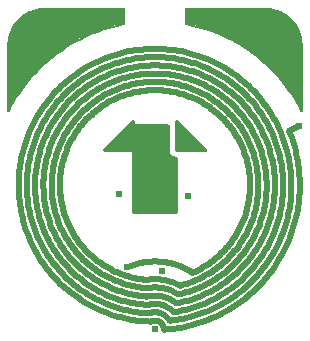
<source format=gbr>
G04 EAGLE Gerber RS-274X export*
G75*
%MOMM*%
%FSLAX34Y34*%
%LPD*%
%INBottom Copper*%
%IPPOS*%
%AMOC8*
5,1,8,0,0,1.08239X$1,22.5*%
G01*
%ADD10C,0.604800*%
%ADD11C,0.500000*%
%ADD12C,2.000000*%
%ADD13C,0.200000*%
%ADD14C,1.275000*%

G36*
X144250Y103495D02*
X144250Y103495D01*
X144251Y103495D01*
X144974Y103577D01*
X144975Y103577D01*
X145662Y103817D01*
X145662Y103818D01*
X145663Y103818D01*
X146279Y104205D01*
X146279Y104206D01*
X146280Y104206D01*
X146794Y104720D01*
X146795Y104721D01*
X147182Y105337D01*
X147182Y105338D01*
X147183Y105338D01*
X147423Y106025D01*
X147423Y106026D01*
X147424Y106028D01*
X147424Y106033D01*
X147427Y106053D01*
X147427Y106058D01*
X147428Y106063D01*
X147428Y106068D01*
X147429Y106073D01*
X147429Y106078D01*
X147430Y106083D01*
X147430Y106088D01*
X147433Y106108D01*
X147433Y106113D01*
X147434Y106118D01*
X147434Y106123D01*
X147435Y106128D01*
X147435Y106133D01*
X147436Y106133D01*
X147435Y106133D01*
X147436Y106138D01*
X147437Y106143D01*
X147439Y106168D01*
X147440Y106173D01*
X147441Y106177D01*
X147441Y106178D01*
X147441Y106182D01*
X147441Y106183D01*
X147442Y106187D01*
X147442Y106192D01*
X147443Y106197D01*
X147443Y106202D01*
X147446Y106222D01*
X147446Y106227D01*
X147447Y106232D01*
X147447Y106237D01*
X147448Y106242D01*
X147448Y106247D01*
X147449Y106252D01*
X147449Y106257D01*
X147450Y106257D01*
X147449Y106257D01*
X147452Y106277D01*
X147452Y106282D01*
X147453Y106287D01*
X147453Y106292D01*
X147454Y106297D01*
X147455Y106302D01*
X147455Y106307D01*
X147456Y106312D01*
X147458Y106336D01*
X147458Y106337D01*
X147459Y106341D01*
X147459Y106342D01*
X147460Y106346D01*
X147460Y106351D01*
X147461Y106356D01*
X147461Y106361D01*
X147462Y106366D01*
X147462Y106371D01*
X147465Y106391D01*
X147465Y106396D01*
X147466Y106401D01*
X147466Y106406D01*
X147467Y106411D01*
X147467Y106416D01*
X147468Y106421D01*
X147469Y106426D01*
X147471Y106446D01*
X147471Y106451D01*
X147472Y106456D01*
X147472Y106461D01*
X147473Y106466D01*
X147474Y106471D01*
X147474Y106476D01*
X147475Y106481D01*
X147477Y106500D01*
X147477Y106501D01*
X147477Y106505D01*
X147478Y106510D01*
X147479Y106515D01*
X147479Y106520D01*
X147480Y106525D01*
X147480Y106530D01*
X147481Y106535D01*
X147481Y106540D01*
X147484Y106560D01*
X147484Y106565D01*
X147485Y106570D01*
X147485Y106575D01*
X147486Y106580D01*
X147486Y106585D01*
X147487Y106590D01*
X147488Y106595D01*
X147490Y106615D01*
X147490Y106620D01*
X147491Y106625D01*
X147491Y106630D01*
X147492Y106635D01*
X147493Y106640D01*
X147493Y106645D01*
X147494Y106650D01*
X147496Y106669D01*
X147496Y106674D01*
X147497Y106674D01*
X147496Y106674D01*
X147497Y106679D01*
X147498Y106684D01*
X147498Y106689D01*
X147499Y106694D01*
X147499Y106699D01*
X147500Y106704D01*
X147500Y106709D01*
X147503Y106729D01*
X147503Y106734D01*
X147504Y106739D01*
X147504Y106744D01*
X147505Y106749D01*
X147505Y106750D01*
X147505Y149250D01*
X147505Y149251D01*
X147423Y149974D01*
X147423Y149975D01*
X147183Y150662D01*
X147182Y150662D01*
X147182Y150663D01*
X146795Y151279D01*
X146794Y151279D01*
X146794Y151280D01*
X146280Y151794D01*
X146279Y151795D01*
X145663Y152182D01*
X145662Y152182D01*
X145662Y152183D01*
X144975Y152423D01*
X144974Y152423D01*
X143528Y152586D01*
X142842Y152826D01*
X142227Y153213D01*
X141713Y153727D01*
X141326Y154342D01*
X141086Y155028D01*
X141005Y155750D01*
X141005Y176750D01*
X141005Y176751D01*
X140923Y177474D01*
X140923Y177475D01*
X140683Y178162D01*
X140682Y178162D01*
X140682Y178163D01*
X140295Y178779D01*
X140294Y178779D01*
X140294Y178780D01*
X139780Y179294D01*
X139779Y179295D01*
X139163Y179682D01*
X139162Y179682D01*
X139162Y179683D01*
X138475Y179923D01*
X138474Y179923D01*
X137751Y180005D01*
X137750Y180005D01*
X111105Y180005D01*
X111105Y181297D01*
X111019Y181878D01*
X111018Y181879D01*
X110767Y182410D01*
X110767Y182411D01*
X110372Y182846D01*
X110371Y182847D01*
X109868Y183149D01*
X109867Y183148D01*
X109867Y183149D01*
X109297Y183292D01*
X109296Y183291D01*
X109296Y183292D01*
X109240Y183289D01*
X109239Y183289D01*
X109139Y183284D01*
X109138Y183284D01*
X109038Y183279D01*
X109037Y183279D01*
X108937Y183274D01*
X108936Y183274D01*
X108835Y183269D01*
X108734Y183264D01*
X108710Y183263D01*
X108709Y183262D01*
X108708Y183263D01*
X108156Y183065D01*
X108155Y183064D01*
X108154Y183064D01*
X107683Y182715D01*
X107683Y182714D01*
X107682Y182714D01*
X84511Y159543D01*
X84511Y159542D01*
X84510Y159542D01*
X84161Y159071D01*
X84161Y159070D01*
X84160Y159070D01*
X83962Y158517D01*
X83963Y158516D01*
X83962Y158516D01*
X83962Y158515D01*
X83961Y158506D01*
X83958Y158426D01*
X83955Y158372D01*
X83955Y158371D01*
X83951Y158292D01*
X83948Y158237D01*
X83944Y158158D01*
X83942Y158103D01*
X83938Y158024D01*
X83935Y157969D01*
X83933Y157929D01*
X83934Y157928D01*
X83933Y157928D01*
X84076Y157358D01*
X84077Y157358D01*
X84076Y157357D01*
X84378Y156854D01*
X84379Y156853D01*
X84814Y156458D01*
X84815Y156458D01*
X85346Y156207D01*
X85347Y156207D01*
X85347Y156206D01*
X85928Y156120D01*
X108495Y156120D01*
X108495Y106750D01*
X108495Y106749D01*
X108577Y106026D01*
X108577Y106025D01*
X108817Y105338D01*
X108818Y105338D01*
X108818Y105337D01*
X109205Y104721D01*
X109206Y104721D01*
X109206Y104720D01*
X109720Y104206D01*
X109721Y104205D01*
X110337Y103818D01*
X110338Y103818D01*
X110338Y103817D01*
X111025Y103577D01*
X111026Y103577D01*
X111749Y103495D01*
X111750Y103495D01*
X144250Y103495D01*
X144250Y103495D01*
G37*
G36*
X252015Y189810D02*
X252015Y189810D01*
X252128Y189809D01*
X252155Y189816D01*
X252183Y189818D01*
X252290Y189854D01*
X252400Y189884D01*
X252424Y189899D01*
X252450Y189908D01*
X252543Y189973D01*
X252640Y190032D01*
X252659Y190053D01*
X252682Y190069D01*
X252753Y190157D01*
X252829Y190242D01*
X252841Y190267D01*
X252859Y190289D01*
X252902Y190394D01*
X252952Y190495D01*
X252956Y190522D01*
X252967Y190549D01*
X252980Y190675D01*
X252999Y190800D01*
X252999Y247000D01*
X252994Y247038D01*
X252997Y247071D01*
X252691Y251341D01*
X252675Y251417D01*
X252671Y251482D01*
X251761Y255664D01*
X251734Y255737D01*
X251721Y255801D01*
X250225Y259812D01*
X250188Y259880D01*
X250166Y259941D01*
X248115Y263698D01*
X248068Y263760D01*
X248038Y263818D01*
X245472Y267245D01*
X245418Y267300D01*
X245379Y267352D01*
X242352Y270379D01*
X242290Y270426D01*
X242245Y270472D01*
X238818Y273038D01*
X238750Y273075D01*
X238698Y273115D01*
X234941Y275166D01*
X234869Y275193D01*
X234812Y275225D01*
X230801Y276721D01*
X230725Y276738D01*
X230664Y276761D01*
X226482Y277671D01*
X226404Y277677D01*
X226341Y277691D01*
X222071Y277997D01*
X222033Y277994D01*
X222000Y277999D01*
X154000Y277999D01*
X153936Y277990D01*
X153872Y277991D01*
X153797Y277970D01*
X153721Y277959D01*
X153662Y277933D01*
X153600Y277916D01*
X153534Y277875D01*
X153464Y277843D01*
X153415Y277801D01*
X153360Y277768D01*
X153308Y277710D01*
X153250Y277660D01*
X153214Y277606D01*
X153171Y277558D01*
X153138Y277489D01*
X153095Y277424D01*
X153076Y277362D01*
X153048Y277305D01*
X153037Y277235D01*
X153013Y277154D01*
X153012Y277069D01*
X153001Y277000D01*
X153001Y264500D01*
X153010Y264436D01*
X153009Y264372D01*
X153030Y264297D01*
X153041Y264221D01*
X153067Y264162D01*
X153084Y264100D01*
X153125Y264034D01*
X153157Y263964D01*
X153199Y263915D01*
X153232Y263860D01*
X153290Y263808D01*
X153340Y263750D01*
X153394Y263714D01*
X153442Y263671D01*
X153511Y263638D01*
X153576Y263595D01*
X153638Y263576D01*
X153695Y263548D01*
X153765Y263537D01*
X153846Y263513D01*
X153931Y263512D01*
X154000Y263501D01*
X178272Y263501D01*
X186440Y263042D01*
X194477Y261676D01*
X202311Y259420D01*
X209843Y256300D01*
X216978Y252356D01*
X223627Y247639D01*
X229706Y242206D01*
X235139Y236127D01*
X239856Y229478D01*
X243800Y222343D01*
X246920Y214811D01*
X249176Y206977D01*
X250542Y198940D01*
X251002Y190744D01*
X251025Y190633D01*
X251041Y190521D01*
X251052Y190495D01*
X251058Y190467D01*
X251110Y190367D01*
X251157Y190264D01*
X251175Y190242D01*
X251188Y190217D01*
X251267Y190136D01*
X251340Y190050D01*
X251364Y190034D01*
X251383Y190014D01*
X251481Y189957D01*
X251576Y189895D01*
X251603Y189887D01*
X251628Y189873D01*
X251738Y189846D01*
X251846Y189813D01*
X251874Y189812D01*
X251901Y189806D01*
X252015Y189810D01*
G37*
G36*
X4100Y189809D02*
X4100Y189809D01*
X4128Y189809D01*
X4237Y189839D01*
X4348Y189863D01*
X4373Y189877D01*
X4400Y189884D01*
X4496Y189944D01*
X4596Y189998D01*
X4616Y190018D01*
X4640Y190032D01*
X4716Y190116D01*
X4796Y190196D01*
X4810Y190221D01*
X4829Y190242D01*
X4878Y190344D01*
X4933Y190443D01*
X4939Y190469D01*
X4952Y190495D01*
X4971Y190620D01*
X4998Y190744D01*
X5458Y198940D01*
X6824Y206977D01*
X9080Y214811D01*
X12200Y222343D01*
X16144Y229478D01*
X20861Y236127D01*
X26294Y242206D01*
X32373Y247639D01*
X39022Y252356D01*
X46157Y256300D01*
X53689Y259420D01*
X54968Y259788D01*
X61523Y261676D01*
X69560Y263042D01*
X77728Y263501D01*
X102000Y263501D01*
X102064Y263510D01*
X102128Y263509D01*
X102203Y263530D01*
X102279Y263541D01*
X102338Y263567D01*
X102400Y263584D01*
X102466Y263625D01*
X102536Y263657D01*
X102585Y263699D01*
X102640Y263732D01*
X102692Y263790D01*
X102750Y263840D01*
X102786Y263894D01*
X102829Y263942D01*
X102862Y264011D01*
X102905Y264076D01*
X102924Y264138D01*
X102952Y264195D01*
X102963Y264265D01*
X102987Y264346D01*
X102988Y264431D01*
X102999Y264500D01*
X102999Y277000D01*
X102990Y277064D01*
X102991Y277128D01*
X102970Y277203D01*
X102959Y277279D01*
X102933Y277338D01*
X102916Y277400D01*
X102875Y277466D01*
X102843Y277536D01*
X102801Y277585D01*
X102768Y277640D01*
X102710Y277692D01*
X102660Y277750D01*
X102606Y277786D01*
X102558Y277829D01*
X102489Y277862D01*
X102424Y277905D01*
X102362Y277924D01*
X102305Y277952D01*
X102235Y277963D01*
X102154Y277987D01*
X102069Y277988D01*
X102000Y277999D01*
X34000Y277999D01*
X33962Y277994D01*
X33929Y277997D01*
X29659Y277691D01*
X29583Y277675D01*
X29518Y277671D01*
X25336Y276761D01*
X25263Y276734D01*
X25199Y276721D01*
X21188Y275225D01*
X21120Y275188D01*
X21059Y275166D01*
X17302Y273115D01*
X17240Y273068D01*
X17182Y273038D01*
X13755Y270472D01*
X13700Y270418D01*
X13648Y270379D01*
X10621Y267352D01*
X10574Y267290D01*
X10528Y267245D01*
X7962Y263818D01*
X7925Y263750D01*
X7885Y263698D01*
X5834Y259941D01*
X5807Y259869D01*
X5775Y259812D01*
X4279Y255801D01*
X4262Y255725D01*
X4239Y255664D01*
X3329Y251482D01*
X3323Y251404D01*
X3309Y251341D01*
X3003Y247071D01*
X3006Y247033D01*
X3001Y247000D01*
X3001Y190800D01*
X3017Y190688D01*
X3026Y190575D01*
X3037Y190549D01*
X3041Y190521D01*
X3087Y190418D01*
X3128Y190312D01*
X3145Y190289D01*
X3157Y190264D01*
X3230Y190178D01*
X3299Y190088D01*
X3322Y190071D01*
X3340Y190050D01*
X3435Y189988D01*
X3526Y189920D01*
X3553Y189911D01*
X3576Y189895D01*
X3684Y189862D01*
X3791Y189823D01*
X3819Y189821D01*
X3846Y189813D01*
X3959Y189811D01*
X4072Y189803D01*
X4100Y189809D01*
G37*
G36*
X170072Y156120D02*
X170072Y156120D01*
X170653Y156206D01*
X170654Y156207D01*
X171185Y156458D01*
X171186Y156458D01*
X171621Y156853D01*
X171621Y156854D01*
X171622Y156854D01*
X171924Y157357D01*
X171923Y157358D01*
X171924Y157358D01*
X172067Y157928D01*
X172066Y157928D01*
X172066Y157929D01*
X172067Y157929D01*
X172038Y158515D01*
X172037Y158516D01*
X172038Y158517D01*
X171840Y159070D01*
X171839Y159070D01*
X171839Y159071D01*
X171490Y159542D01*
X171489Y159542D01*
X171489Y159543D01*
X148318Y182714D01*
X148317Y182714D01*
X148317Y182715D01*
X147846Y183064D01*
X147845Y183064D01*
X147845Y183065D01*
X147292Y183263D01*
X147291Y183262D01*
X147290Y183263D01*
X147266Y183264D01*
X147165Y183269D01*
X147064Y183274D01*
X147063Y183274D01*
X146963Y183279D01*
X146962Y183279D01*
X146862Y183284D01*
X146861Y183284D01*
X146761Y183289D01*
X146760Y183289D01*
X146704Y183292D01*
X146703Y183291D01*
X146703Y183292D01*
X146133Y183149D01*
X146133Y183148D01*
X146132Y183149D01*
X145629Y182847D01*
X145628Y182846D01*
X145233Y182411D01*
X145233Y182410D01*
X144982Y181879D01*
X144982Y181878D01*
X144981Y181878D01*
X144980Y181869D01*
X144967Y181784D01*
X144958Y181725D01*
X144946Y181640D01*
X144933Y181556D01*
X144921Y181471D01*
X144912Y181412D01*
X144900Y181327D01*
X144899Y181327D01*
X144895Y181297D01*
X144895Y158125D01*
X144895Y158124D01*
X144963Y157607D01*
X144964Y157606D01*
X144964Y157605D01*
X145163Y157123D01*
X145164Y157123D01*
X145164Y157122D01*
X145482Y156708D01*
X145483Y156708D01*
X145483Y156707D01*
X145897Y156389D01*
X145898Y156389D01*
X145898Y156388D01*
X146380Y156189D01*
X146381Y156189D01*
X146382Y156188D01*
X146899Y156120D01*
X146900Y156120D01*
X170072Y156120D01*
X170072Y156120D01*
G37*
D10*
X128000Y6050D03*
X133700Y55700D03*
X249500Y178000D03*
D11*
X128000Y13500D02*
X128181Y13498D01*
X128363Y13491D01*
X128544Y13480D01*
X128725Y13465D01*
X128905Y13445D01*
X129085Y13421D01*
X129265Y13393D01*
X129443Y13360D01*
X129621Y13323D01*
X129798Y13282D01*
X129973Y13236D01*
X130148Y13186D01*
X130321Y13132D01*
X130493Y13074D01*
X130664Y13012D01*
X130833Y12945D01*
X131000Y12874D01*
X131165Y12800D01*
X131329Y12721D01*
X131491Y12639D01*
X131650Y12552D01*
X131808Y12462D01*
X131963Y12368D01*
X132116Y12270D01*
X132267Y12169D01*
X132415Y12064D01*
X132560Y11955D01*
X132703Y11843D01*
X132843Y11728D01*
X132980Y11609D01*
X133115Y11487D01*
X133246Y11361D01*
X133374Y11233D01*
X133499Y11101D01*
X133621Y10967D01*
X133740Y10829D01*
X133855Y10689D01*
X133967Y10546D01*
X134075Y10400D01*
X134180Y10252D01*
X134281Y10101D01*
X134378Y9948D01*
X134472Y9792D01*
X134562Y9635D01*
X134648Y9475D01*
X134730Y9313D01*
X134809Y9149D01*
X134883Y8983D01*
X134953Y8816D01*
X135019Y8647D01*
X135081Y8476D01*
X135139Y8304D01*
X135193Y8131D01*
X135242Y7956D01*
X135287Y7780D01*
X135328Y7603D01*
X135365Y7426D01*
X135397Y7247D01*
X135426Y7068D01*
X135449Y6888D01*
X135469Y6707D01*
X135483Y6526D01*
X135494Y6345D01*
X135500Y6163D01*
X135502Y5982D01*
X135499Y5800D01*
X128000Y13501D02*
X127817Y13497D01*
X127635Y13489D01*
X127453Y13476D01*
X127271Y13459D01*
X127090Y13438D01*
X126909Y13412D01*
X126729Y13382D01*
X126550Y13347D01*
X126372Y13308D01*
X126195Y13265D01*
X126018Y13218D01*
X125844Y13166D01*
X125670Y13110D01*
X125498Y13049D01*
X125327Y12985D01*
X125158Y12916D01*
X124990Y12843D01*
X124825Y12766D01*
X124661Y12686D01*
X124500Y12601D01*
X128000Y20500D02*
X128355Y20495D01*
X128709Y20482D01*
X129063Y20460D01*
X129416Y20430D01*
X129768Y20391D01*
X130119Y20343D01*
X130469Y20287D01*
X130817Y20222D01*
X131164Y20149D01*
X131509Y20067D01*
X131852Y19977D01*
X132192Y19878D01*
X132530Y19772D01*
X132865Y19657D01*
X133198Y19533D01*
X133527Y19402D01*
X133853Y19263D01*
X134175Y19116D01*
X134494Y18961D01*
X134808Y18798D01*
X135119Y18627D01*
X135426Y18449D01*
X135728Y18264D01*
X136025Y18071D01*
X136318Y17871D01*
X136605Y17664D01*
X136888Y17450D01*
X137165Y17229D01*
X137437Y17002D01*
X137703Y16768D01*
X137963Y16527D01*
X138217Y16280D01*
X138465Y16027D01*
X138707Y15768D01*
X138943Y15503D01*
X139172Y15233D01*
X139394Y14957D01*
X139609Y14676D01*
X139818Y14389D01*
X140019Y14097D01*
X140214Y13801D01*
X140400Y13500D01*
X128000Y20500D02*
X127666Y20500D01*
X127333Y20492D01*
X126999Y20476D01*
X126666Y20452D01*
X126334Y20421D01*
X126003Y20382D01*
X125672Y20336D01*
X125343Y20282D01*
X125015Y20220D01*
X124688Y20151D01*
X124363Y20074D01*
X124040Y19990D01*
X123719Y19899D01*
X123400Y19800D01*
X128000Y27500D02*
X128524Y27494D01*
X129048Y27474D01*
X129572Y27442D01*
X130095Y27398D01*
X130616Y27340D01*
X131136Y27270D01*
X131654Y27187D01*
X132170Y27092D01*
X132683Y26984D01*
X133193Y26863D01*
X133701Y26730D01*
X134205Y26585D01*
X134705Y26428D01*
X135202Y26258D01*
X135694Y26076D01*
X136181Y25883D01*
X136664Y25677D01*
X137141Y25460D01*
X137613Y25231D01*
X138079Y24991D01*
X138540Y24739D01*
X138994Y24477D01*
X139441Y24203D01*
X139882Y23918D01*
X140316Y23623D01*
X140742Y23318D01*
X141160Y23002D01*
X141571Y22675D01*
X141974Y22339D01*
X142369Y21994D01*
X142754Y21638D01*
X143132Y21274D01*
X143500Y20900D01*
X128000Y27500D02*
X127485Y27495D01*
X126971Y27478D01*
X126457Y27448D01*
X125944Y27407D01*
X125432Y27353D01*
X124922Y27286D01*
X124413Y27208D01*
X123906Y27117D01*
X123402Y27015D01*
X122900Y26900D01*
X128000Y34501D02*
X128686Y34494D01*
X129372Y34470D01*
X130057Y34430D01*
X130740Y34374D01*
X131422Y34301D01*
X132103Y34211D01*
X132781Y34105D01*
X133456Y33983D01*
X134128Y33845D01*
X134796Y33691D01*
X135461Y33520D01*
X136121Y33334D01*
X136777Y33132D01*
X137427Y32914D01*
X138072Y32681D01*
X138712Y32432D01*
X139345Y32168D01*
X139971Y31888D01*
X140591Y31594D01*
X141204Y31285D01*
X141808Y30961D01*
X142405Y30623D01*
X142994Y30270D01*
X143574Y29903D01*
X144145Y29523D01*
X144706Y29129D01*
X145258Y28721D01*
X145800Y28301D01*
X128000Y34500D02*
X127340Y34494D01*
X126680Y34473D01*
X126021Y34437D01*
X125363Y34385D01*
X124706Y34318D01*
X124051Y34236D01*
X123399Y34139D01*
X122748Y34027D01*
X122100Y33900D01*
X128000Y41500D02*
X128850Y41490D01*
X129700Y41460D01*
X130549Y41409D01*
X131396Y41338D01*
X132241Y41247D01*
X133084Y41135D01*
X133924Y41003D01*
X134760Y40852D01*
X135593Y40680D01*
X136421Y40489D01*
X137245Y40277D01*
X138063Y40046D01*
X138875Y39796D01*
X139681Y39526D01*
X140481Y39237D01*
X141273Y38928D01*
X142058Y38601D01*
X142834Y38255D01*
X143602Y37891D01*
X144362Y37509D01*
X145111Y37108D01*
X145851Y36689D01*
X146581Y36253D01*
X147300Y35800D01*
X128000Y41500D02*
X127234Y41495D01*
X126468Y41473D01*
X125703Y41436D01*
X124939Y41381D01*
X124176Y41310D01*
X123415Y41223D01*
X122656Y41120D01*
X121900Y41000D01*
X128000Y48500D02*
X129013Y48489D01*
X130026Y48453D01*
X131037Y48393D01*
X132046Y48310D01*
X133054Y48202D01*
X134058Y48070D01*
X135059Y47914D01*
X136056Y47735D01*
X137049Y47532D01*
X138036Y47305D01*
X139017Y47055D01*
X139993Y46781D01*
X140961Y46485D01*
X141923Y46165D01*
X142876Y45822D01*
X143821Y45457D01*
X144757Y45070D01*
X145683Y44660D01*
X146600Y44228D01*
X147506Y43775D01*
X148400Y43300D01*
X128000Y48500D02*
X127084Y48494D01*
X126167Y48468D01*
X125252Y48422D01*
X124337Y48357D01*
X123425Y48272D01*
X122514Y48168D01*
X121606Y48043D01*
X120700Y47900D01*
X124350Y12550D02*
X121524Y12674D01*
X118703Y12867D01*
X115886Y13129D01*
X113077Y13460D01*
X110277Y13860D01*
X107488Y14328D01*
X104711Y14864D01*
X101948Y15468D01*
X99200Y16140D01*
X96470Y16879D01*
X93759Y17684D01*
X91068Y18556D01*
X88399Y19493D01*
X85754Y20495D01*
X83135Y21562D01*
X80542Y22692D01*
X77978Y23886D01*
X75444Y25142D01*
X72941Y26459D01*
X70471Y27838D01*
X68036Y29277D01*
X65637Y30774D01*
X63275Y32331D01*
X60952Y33944D01*
X58669Y35614D01*
X56428Y37339D01*
X54230Y39119D01*
X52076Y40952D01*
X49967Y42837D01*
X47905Y44773D01*
X45892Y46759D01*
X43927Y48794D01*
X42013Y50877D01*
X40150Y53005D01*
X38341Y55179D01*
X36584Y57396D01*
X34883Y59655D01*
X33238Y61956D01*
X31649Y64296D01*
X30118Y66674D01*
X28646Y69090D01*
X27234Y71540D01*
X25881Y74024D01*
X24590Y76541D01*
X23362Y79088D01*
X22195Y81665D01*
X21093Y84270D01*
X20054Y86900D01*
X19080Y89556D01*
X18172Y92234D01*
X17329Y94934D01*
X16552Y97654D01*
X15843Y100392D01*
X15201Y103147D01*
X14626Y105916D01*
X14119Y108699D01*
X13681Y111493D01*
X13311Y114297D01*
X13010Y117109D01*
X12778Y119928D01*
X12615Y122752D01*
X12521Y125579D01*
X12497Y128407D01*
X12541Y131235D01*
X12655Y134061D01*
X12838Y136884D01*
X13091Y139701D01*
X13412Y142511D01*
X13801Y145312D01*
X14260Y148103D01*
X14786Y150882D01*
X15380Y153648D01*
X16042Y156398D01*
X16771Y159130D01*
X17567Y161845D01*
X18429Y164538D01*
X19357Y167210D01*
X20349Y169859D01*
X21407Y172482D01*
X22528Y175079D01*
X23712Y177647D01*
X24959Y180186D01*
X26268Y182693D01*
X27638Y185168D01*
X29068Y187608D01*
X30557Y190013D01*
X32105Y192380D01*
X33710Y194709D01*
X35372Y196998D01*
X37089Y199245D01*
X38861Y201450D01*
X40686Y203610D01*
X42564Y205725D01*
X44493Y207794D01*
X46472Y209815D01*
X48500Y211787D01*
X50575Y213708D01*
X52697Y215578D01*
X54864Y217396D01*
X57075Y219160D01*
X59329Y220869D01*
X61623Y222523D01*
X63958Y224120D01*
X66331Y225659D01*
X68740Y227140D01*
X71186Y228561D01*
X73665Y229922D01*
X76177Y231222D01*
X78720Y232460D01*
X81293Y233635D01*
X83894Y234747D01*
X86521Y235795D01*
X89173Y236778D01*
X91848Y237696D01*
X94545Y238549D01*
X97262Y239335D01*
X99997Y240054D01*
X102749Y240706D01*
X105517Y241291D01*
X108298Y241807D01*
X111090Y242255D01*
X113893Y242635D01*
X116704Y242946D01*
X119522Y243188D01*
X122345Y243362D01*
X125172Y243465D01*
X128000Y243500D01*
X130824Y243465D01*
X133646Y243362D01*
X136464Y243189D01*
X139278Y242948D01*
X142085Y242638D01*
X144883Y242259D01*
X147671Y241812D01*
X150448Y241298D01*
X153211Y240715D01*
X155959Y240065D01*
X158690Y239348D01*
X161403Y238564D01*
X164096Y237714D01*
X166768Y236799D01*
X169416Y235819D01*
X172040Y234774D01*
X174637Y233666D01*
X177206Y232494D01*
X179746Y231260D01*
X182255Y229964D01*
X184731Y228607D01*
X187174Y227190D01*
X189581Y225713D01*
X191952Y224179D01*
X194284Y222586D01*
X196576Y220938D01*
X198828Y219233D01*
X201037Y217474D01*
X203203Y215662D01*
X205323Y213797D01*
X207398Y211881D01*
X209425Y209915D01*
X211403Y207900D01*
X213331Y205837D01*
X215209Y203728D01*
X217034Y201573D01*
X218806Y199374D01*
X220524Y197133D01*
X222186Y194850D01*
X223792Y192528D01*
X225341Y190166D01*
X226832Y187768D01*
X228263Y185334D01*
X229635Y182866D01*
X230946Y180364D01*
X232195Y177832D01*
X233382Y175270D01*
X234506Y172679D01*
X235567Y170062D01*
X236563Y167420D01*
X237494Y164754D01*
X238360Y162066D01*
X239160Y159358D01*
X239893Y156631D01*
X240559Y153887D01*
X241158Y151127D01*
X241690Y148354D01*
X242154Y145568D01*
X242549Y142772D01*
X242876Y139967D01*
X243134Y137155D01*
X243323Y134338D01*
X243444Y131516D01*
X243495Y128693D01*
X243477Y125869D01*
X243391Y123046D01*
X243235Y120227D01*
X243010Y117412D01*
X242717Y114603D01*
X242355Y111803D01*
X241925Y109012D01*
X241427Y106232D01*
X240860Y103466D01*
X240227Y100714D01*
X239526Y97978D01*
X238759Y95261D01*
X237925Y92563D01*
X237026Y89886D01*
X236061Y87232D01*
X235032Y84602D01*
X233939Y81998D01*
X232783Y79422D01*
X231564Y76875D01*
X230283Y74358D01*
X228941Y71874D01*
X227538Y69423D01*
X226077Y67007D01*
X224556Y64627D01*
X222978Y62285D01*
X221343Y59983D01*
X219652Y57721D01*
X217906Y55502D01*
X216107Y53325D01*
X214255Y51194D01*
X212351Y49108D01*
X210397Y47069D01*
X208394Y45079D01*
X206342Y43138D01*
X204244Y41248D01*
X202101Y39410D01*
X199912Y37625D01*
X197681Y35894D01*
X195409Y34218D01*
X193096Y32598D01*
X190744Y31035D01*
X188354Y29530D01*
X185929Y28084D01*
X183469Y26698D01*
X180976Y25372D01*
X178451Y24107D01*
X175895Y22905D01*
X173312Y21766D01*
X170701Y20689D01*
X168065Y19678D01*
X165404Y18730D01*
X162722Y17849D01*
X160018Y17033D01*
X157296Y16283D01*
X154556Y15600D01*
X151800Y14985D01*
X149029Y14437D01*
X146247Y13956D01*
X143453Y13544D01*
X140650Y13201D01*
X122950Y19600D02*
X120310Y19755D01*
X117675Y19974D01*
X115046Y20258D01*
X112425Y20606D01*
X109813Y21017D01*
X107211Y21492D01*
X104622Y22030D01*
X102047Y22631D01*
X99487Y23295D01*
X96945Y24021D01*
X94420Y24809D01*
X91916Y25657D01*
X89433Y26567D01*
X86973Y27537D01*
X84537Y28567D01*
X82127Y29655D01*
X79745Y30802D01*
X77391Y32007D01*
X75067Y33269D01*
X72775Y34587D01*
X70515Y35960D01*
X68289Y37388D01*
X66099Y38870D01*
X63946Y40405D01*
X61831Y41992D01*
X59755Y43630D01*
X57719Y45318D01*
X55726Y47055D01*
X53775Y48840D01*
X51868Y50673D01*
X50007Y52551D01*
X48191Y54474D01*
X46424Y56440D01*
X44704Y58449D01*
X43034Y60500D01*
X41415Y62590D01*
X39847Y64720D01*
X38331Y66887D01*
X36869Y69090D01*
X35461Y71328D01*
X34108Y73600D01*
X32810Y75904D01*
X31569Y78239D01*
X30385Y80603D01*
X29260Y82996D01*
X28192Y85416D01*
X27185Y87860D01*
X26237Y90329D01*
X25349Y92820D01*
X24523Y95332D01*
X23757Y97863D01*
X23054Y100412D01*
X22413Y102978D01*
X21835Y105558D01*
X21320Y108152D01*
X20868Y110757D01*
X20480Y113373D01*
X20156Y115997D01*
X19896Y118629D01*
X19700Y121266D01*
X19568Y123907D01*
X19501Y126550D01*
X19498Y129195D01*
X19559Y131838D01*
X19685Y134480D01*
X19875Y137117D01*
X20130Y139749D01*
X20449Y142374D01*
X20831Y144991D01*
X21277Y147597D01*
X21786Y150192D01*
X22359Y152774D01*
X22994Y155341D01*
X23692Y157891D01*
X24451Y160424D01*
X25273Y162938D01*
X26155Y165431D01*
X27097Y167901D01*
X28100Y170348D01*
X29162Y172770D01*
X30282Y175165D01*
X31461Y177532D01*
X32697Y179870D01*
X33989Y182177D01*
X35337Y184452D01*
X36741Y186693D01*
X38198Y188900D01*
X39709Y191070D01*
X41272Y193202D01*
X42887Y195296D01*
X44553Y197351D01*
X46268Y199363D01*
X48031Y201334D01*
X49842Y203261D01*
X51699Y205143D01*
X53602Y206979D01*
X55549Y208769D01*
X57539Y210510D01*
X59571Y212203D01*
X61643Y213845D01*
X63755Y215437D01*
X65905Y216976D01*
X68092Y218463D01*
X70314Y219896D01*
X72571Y221274D01*
X74860Y222597D01*
X77181Y223864D01*
X79533Y225074D01*
X81913Y226226D01*
X84320Y227320D01*
X86754Y228355D01*
X89212Y229330D01*
X91693Y230245D01*
X94195Y231100D01*
X96718Y231893D01*
X99259Y232624D01*
X101817Y233294D01*
X104391Y233900D01*
X106979Y234444D01*
X109579Y234925D01*
X112190Y235342D01*
X114811Y235695D01*
X117439Y235985D01*
X120074Y236210D01*
X122713Y236371D01*
X125356Y236468D01*
X128000Y236500D01*
X130643Y236468D01*
X133283Y236371D01*
X135921Y236210D01*
X138554Y235985D01*
X141181Y235696D01*
X143800Y235343D01*
X146410Y234927D01*
X149008Y234447D01*
X151595Y233903D01*
X154167Y233297D01*
X156724Y232629D01*
X159263Y231898D01*
X161784Y231106D01*
X164285Y230253D01*
X166765Y229339D01*
X169222Y228364D01*
X171654Y227331D01*
X174060Y226238D01*
X176439Y225087D01*
X178789Y223879D01*
X181109Y222613D01*
X183398Y221292D01*
X185653Y219915D01*
X187875Y218484D01*
X190061Y216999D01*
X192210Y215461D01*
X194321Y213871D01*
X196392Y212230D01*
X198424Y210540D01*
X200413Y208800D01*
X202359Y207012D01*
X204261Y205178D01*
X206119Y203298D01*
X207929Y201373D01*
X209692Y199404D01*
X211407Y197394D01*
X213073Y195342D01*
X214687Y193250D01*
X216251Y191119D01*
X217762Y188951D01*
X219220Y186747D01*
X220623Y184508D01*
X221972Y182235D01*
X223265Y179931D01*
X224502Y177595D01*
X225681Y175230D01*
X226802Y172837D01*
X227865Y170418D01*
X228868Y167973D01*
X229812Y165504D01*
X230695Y163014D01*
X231517Y160502D01*
X232278Y157971D01*
X232977Y155423D01*
X233614Y152858D01*
X234188Y150278D01*
X234699Y147686D01*
X235147Y145081D01*
X235531Y142467D01*
X235852Y139843D01*
X236108Y137213D01*
X236300Y134578D01*
X236429Y131938D01*
X236492Y129296D01*
X236492Y126653D01*
X236427Y124012D01*
X236297Y121372D01*
X236104Y118736D01*
X235846Y116106D01*
X235524Y113483D01*
X235139Y110869D01*
X234690Y108265D01*
X234178Y105672D01*
X233602Y103093D01*
X232965Y100528D01*
X232264Y97980D01*
X231502Y95450D01*
X230679Y92939D01*
X229794Y90448D01*
X228850Y87980D01*
X227845Y85536D01*
X226781Y83117D01*
X225659Y80724D01*
X224479Y78360D01*
X223241Y76025D01*
X221947Y73721D01*
X220597Y71449D01*
X219192Y69211D01*
X217734Y67007D01*
X216221Y64840D01*
X214657Y62710D01*
X213041Y60619D01*
X211375Y58567D01*
X209659Y56558D01*
X207895Y54590D01*
X206083Y52666D01*
X204226Y50787D01*
X202322Y48953D01*
X200375Y47166D01*
X198385Y45428D01*
X196353Y43738D01*
X194281Y42098D01*
X192169Y40509D01*
X190019Y38973D01*
X187833Y37489D01*
X185610Y36058D01*
X183354Y34682D01*
X181065Y33362D01*
X178744Y32098D01*
X176394Y30890D01*
X174014Y29740D01*
X171607Y28649D01*
X169175Y27616D01*
X166718Y26643D01*
X164238Y25730D01*
X161736Y24878D01*
X159215Y24087D01*
X156675Y23358D01*
X154118Y22690D01*
X151545Y22086D01*
X148959Y21544D01*
X146360Y21065D01*
X143750Y20649D01*
X122200Y26650D02*
X119721Y26822D01*
X117248Y27055D01*
X114780Y27349D01*
X112321Y27702D01*
X109870Y28116D01*
X107431Y28590D01*
X105004Y29123D01*
X102591Y29716D01*
X100193Y30367D01*
X97812Y31077D01*
X95449Y31845D01*
X93105Y32670D01*
X90782Y33553D01*
X88482Y34492D01*
X86205Y35488D01*
X83954Y36538D01*
X81728Y37644D01*
X79531Y38803D01*
X77362Y40017D01*
X75224Y41282D01*
X73117Y42600D01*
X71044Y43969D01*
X69004Y45388D01*
X67000Y46857D01*
X65032Y48375D01*
X63102Y49940D01*
X61211Y51552D01*
X59360Y53209D01*
X57550Y54912D01*
X55782Y56658D01*
X54058Y58447D01*
X52378Y60278D01*
X50743Y62149D01*
X49155Y64060D01*
X47613Y66009D01*
X46120Y67995D01*
X44676Y70018D01*
X43282Y72074D01*
X41939Y74165D01*
X40647Y76287D01*
X39408Y78441D01*
X38221Y80624D01*
X37089Y82836D01*
X36011Y85075D01*
X34988Y87339D01*
X34021Y89628D01*
X33110Y91940D01*
X32256Y94274D01*
X31459Y96627D01*
X30720Y99000D01*
X30040Y101389D01*
X29418Y103795D01*
X28855Y106215D01*
X28352Y108649D01*
X27908Y111094D01*
X27525Y113549D01*
X27201Y116012D01*
X26938Y118483D01*
X26736Y120960D01*
X26594Y123440D01*
X26513Y125924D01*
X26493Y128409D01*
X26533Y130893D01*
X26635Y133376D01*
X26797Y135855D01*
X27020Y138330D01*
X27303Y140799D01*
X27647Y143260D01*
X28051Y145712D01*
X28514Y148153D01*
X29038Y150582D01*
X29620Y152997D01*
X30262Y155398D01*
X30962Y157782D01*
X31720Y160148D01*
X32536Y162495D01*
X33409Y164822D01*
X34339Y167126D01*
X35325Y169407D01*
X36366Y171663D01*
X37463Y173893D01*
X38613Y176095D01*
X39818Y178269D01*
X41075Y180412D01*
X42384Y182524D01*
X43744Y184603D01*
X45155Y186649D01*
X46616Y188659D01*
X48125Y190633D01*
X49682Y192569D01*
X51286Y194467D01*
X52936Y196325D01*
X54632Y198141D01*
X56371Y199916D01*
X58153Y201648D01*
X59976Y203336D01*
X61841Y204978D01*
X63745Y206574D01*
X65688Y208124D01*
X67668Y209625D01*
X69684Y211077D01*
X71735Y212480D01*
X73820Y213831D01*
X75938Y215132D01*
X78086Y216380D01*
X80264Y217575D01*
X82472Y218717D01*
X84706Y219804D01*
X86966Y220836D01*
X89251Y221813D01*
X91559Y222733D01*
X93889Y223597D01*
X96239Y224403D01*
X98609Y225152D01*
X100996Y225842D01*
X103399Y226474D01*
X105817Y227046D01*
X108248Y227560D01*
X110691Y228013D01*
X113145Y228407D01*
X115607Y228741D01*
X118077Y229014D01*
X120552Y229226D01*
X123032Y229378D01*
X125516Y229470D01*
X128000Y229500D01*
X130484Y229470D01*
X132966Y229378D01*
X135446Y229227D01*
X137920Y229014D01*
X140389Y228741D01*
X142851Y228408D01*
X145303Y228014D01*
X147746Y227561D01*
X150176Y227048D01*
X152593Y226475D01*
X154996Y225844D01*
X157382Y225154D01*
X159750Y224406D01*
X162100Y223600D01*
X164429Y222737D01*
X166737Y221817D01*
X169021Y220841D01*
X171280Y219810D01*
X173514Y218723D01*
X175720Y217582D01*
X177898Y216388D01*
X180046Y215140D01*
X182163Y213840D01*
X184247Y212489D01*
X186298Y211087D01*
X188314Y209636D01*
X190293Y208136D01*
X192236Y206587D01*
X194139Y204992D01*
X196004Y203350D01*
X197827Y201664D01*
X199609Y199933D01*
X201348Y198159D01*
X203042Y196343D01*
X204692Y194486D01*
X206296Y192589D01*
X207853Y190654D01*
X209363Y188681D01*
X210823Y186672D01*
X212234Y184628D01*
X213595Y182549D01*
X214904Y180438D01*
X216161Y178296D01*
X217365Y176124D01*
X218516Y173922D01*
X219613Y171694D01*
X220654Y169439D01*
X221641Y167159D01*
X222571Y164856D01*
X223444Y162530D01*
X224261Y160184D01*
X225019Y157819D01*
X225720Y155436D01*
X226362Y153037D01*
X226945Y150622D01*
X227469Y148194D01*
X227934Y145754D01*
X228338Y143303D01*
X228682Y140843D01*
X228967Y138375D01*
X229190Y135902D01*
X229353Y133423D01*
X229455Y130941D01*
X229497Y128457D01*
X229478Y125974D01*
X229398Y123491D01*
X229257Y121011D01*
X229056Y118535D01*
X228794Y116065D01*
X228471Y113602D01*
X228089Y111148D01*
X227646Y108704D01*
X227144Y106271D01*
X226583Y103851D01*
X225962Y101446D01*
X225283Y99057D01*
X224546Y96685D01*
X223750Y94332D01*
X222898Y91999D01*
X221988Y89687D01*
X221023Y87399D01*
X220001Y85134D01*
X218925Y82896D01*
X217794Y80684D01*
X216609Y78501D01*
X215371Y76348D01*
X214081Y74225D01*
X212739Y72135D01*
X211346Y70078D01*
X209904Y68055D01*
X208412Y66069D01*
X206873Y64120D01*
X205286Y62209D01*
X203653Y60337D01*
X201974Y58506D01*
X200251Y56717D01*
X198485Y54970D01*
X196677Y53267D01*
X194828Y51609D01*
X192938Y49996D01*
X191010Y48431D01*
X189044Y46913D01*
X187041Y45443D01*
X185003Y44023D01*
X182931Y42653D01*
X180826Y41335D01*
X178689Y40068D01*
X176522Y38854D01*
X174326Y37693D01*
X172103Y36586D01*
X169852Y35535D01*
X167577Y34538D01*
X165278Y33598D01*
X162957Y32714D01*
X160614Y31887D01*
X158252Y31117D01*
X155873Y30406D01*
X153476Y29753D01*
X151064Y29159D01*
X148638Y28624D01*
X146200Y28149D01*
X121500Y33750D02*
X119203Y33936D01*
X116912Y34179D01*
X114627Y34477D01*
X112350Y34831D01*
X110082Y35240D01*
X107826Y35705D01*
X105581Y36224D01*
X103349Y36798D01*
X101132Y37426D01*
X98931Y38109D01*
X96748Y38844D01*
X94583Y39633D01*
X92437Y40474D01*
X90313Y41367D01*
X88212Y42312D01*
X86134Y43307D01*
X84081Y44354D01*
X82054Y45449D01*
X80054Y46594D01*
X78083Y47788D01*
X76142Y49029D01*
X74231Y50317D01*
X72353Y51651D01*
X70507Y53031D01*
X68696Y54455D01*
X66920Y55923D01*
X65180Y57434D01*
X63478Y58986D01*
X61814Y60580D01*
X60189Y62214D01*
X58605Y63887D01*
X57062Y65598D01*
X55561Y67347D01*
X54103Y69131D01*
X52689Y70951D01*
X51320Y72804D01*
X49997Y74690D01*
X48720Y76608D01*
X47490Y78557D01*
X46308Y80535D01*
X45175Y82541D01*
X44090Y84574D01*
X43056Y86633D01*
X42072Y88716D01*
X41140Y90823D01*
X40259Y92952D01*
X39430Y95102D01*
X38654Y97272D01*
X37931Y99460D01*
X37261Y101665D01*
X36646Y103885D01*
X36084Y106120D01*
X35578Y108368D01*
X35126Y110627D01*
X34730Y112897D01*
X34389Y115176D01*
X34104Y117462D01*
X33875Y119755D01*
X33701Y122053D01*
X33584Y124354D01*
X33523Y126657D01*
X33518Y128961D01*
X33569Y131265D01*
X33676Y133567D01*
X33840Y135865D01*
X34059Y138159D01*
X34335Y140446D01*
X34666Y142727D01*
X35052Y144998D01*
X35494Y147260D01*
X35991Y149510D01*
X36542Y151747D01*
X37148Y153970D01*
X37808Y156177D01*
X38522Y158368D01*
X39289Y160541D01*
X40108Y162695D01*
X40980Y164828D01*
X41904Y166939D01*
X42878Y169026D01*
X43904Y171090D01*
X44979Y173128D01*
X46104Y175139D01*
X47277Y177122D01*
X48499Y179075D01*
X49768Y180999D01*
X51083Y182891D01*
X52444Y184750D01*
X53850Y186575D01*
X55300Y188366D01*
X56793Y190121D01*
X58329Y191839D01*
X59906Y193519D01*
X61524Y195160D01*
X63181Y196761D01*
X64876Y198321D01*
X66609Y199839D01*
X68379Y201315D01*
X70184Y202747D01*
X72024Y204134D01*
X73897Y205477D01*
X75802Y206773D01*
X77738Y208022D01*
X79704Y209224D01*
X81698Y210378D01*
X83720Y211482D01*
X85769Y212537D01*
X87843Y213542D01*
X89940Y214496D01*
X92060Y215398D01*
X94202Y216248D01*
X96363Y217046D01*
X98544Y217791D01*
X100742Y218483D01*
X102956Y219121D01*
X105185Y219704D01*
X107428Y220233D01*
X109682Y220707D01*
X111948Y221127D01*
X114223Y221490D01*
X116507Y221798D01*
X118797Y222051D01*
X121093Y222247D01*
X123393Y222388D01*
X125696Y222472D01*
X128000Y222500D01*
X130309Y222472D01*
X132617Y222387D01*
X134922Y222246D01*
X137223Y222049D01*
X139518Y221796D01*
X141806Y221486D01*
X144086Y221121D01*
X146357Y220700D01*
X148617Y220224D01*
X150864Y219693D01*
X153097Y219107D01*
X155316Y218467D01*
X157518Y217772D01*
X159703Y217024D01*
X161869Y216223D01*
X164015Y215369D01*
X166139Y214463D01*
X168240Y213506D01*
X170317Y212497D01*
X172369Y211438D01*
X174395Y210329D01*
X176393Y209171D01*
X178362Y207964D01*
X180300Y206710D01*
X182208Y205409D01*
X184083Y204061D01*
X185925Y202668D01*
X187732Y201231D01*
X189504Y199750D01*
X191239Y198226D01*
X192936Y196660D01*
X194594Y195053D01*
X196213Y193405D01*
X197791Y191719D01*
X199327Y189995D01*
X200820Y188234D01*
X202270Y186437D01*
X203676Y184605D01*
X205037Y182739D01*
X206351Y180841D01*
X207619Y178911D01*
X208840Y176950D01*
X210012Y174960D01*
X211135Y172943D01*
X212208Y170898D01*
X213231Y168828D01*
X214203Y166733D01*
X215124Y164616D01*
X215993Y162476D01*
X216809Y160316D01*
X217573Y158137D01*
X218282Y155939D01*
X218938Y153725D01*
X219540Y151496D01*
X220087Y149252D01*
X220579Y146996D01*
X221015Y144728D01*
X221396Y142451D01*
X221722Y140165D01*
X221991Y137871D01*
X222205Y135572D01*
X222362Y133268D01*
X222462Y130961D01*
X222507Y128652D01*
X222495Y126343D01*
X222426Y124035D01*
X222301Y121729D01*
X222120Y119427D01*
X221883Y117130D01*
X221589Y114839D01*
X221240Y112557D01*
X220835Y110283D01*
X220375Y108020D01*
X219859Y105769D01*
X219289Y103532D01*
X218664Y101309D01*
X217985Y99102D01*
X217252Y96912D01*
X216466Y94740D01*
X215627Y92589D01*
X214736Y90459D01*
X213793Y88351D01*
X212799Y86266D01*
X211754Y84207D01*
X210660Y82174D01*
X209516Y80168D01*
X208323Y78191D01*
X207082Y76243D01*
X205794Y74326D01*
X204460Y72442D01*
X203080Y70590D01*
X201655Y68773D01*
X200186Y66991D01*
X198674Y65246D01*
X197120Y63538D01*
X195524Y61868D01*
X193889Y60238D01*
X192214Y58649D01*
X190500Y57101D01*
X188750Y55595D01*
X186963Y54132D01*
X185141Y52714D01*
X183284Y51340D01*
X181395Y50012D01*
X179474Y48731D01*
X177522Y47497D01*
X175540Y46311D01*
X173531Y45174D01*
X171494Y44086D01*
X169431Y43049D01*
X167343Y42062D01*
X165232Y41126D01*
X163098Y40243D01*
X160944Y39411D01*
X158770Y38633D01*
X156577Y37908D01*
X154368Y37237D01*
X152143Y36619D01*
X149903Y36057D01*
X147650Y35549D01*
X121050Y40801D02*
X118915Y40997D01*
X116787Y41246D01*
X114665Y41546D01*
X112551Y41899D01*
X110446Y42303D01*
X108352Y42759D01*
X106270Y43266D01*
X104201Y43823D01*
X102146Y44431D01*
X100106Y45090D01*
X98084Y45798D01*
X96079Y46555D01*
X94093Y47362D01*
X92128Y48216D01*
X90184Y49119D01*
X88263Y50069D01*
X86366Y51066D01*
X84494Y52108D01*
X82648Y53197D01*
X80829Y54330D01*
X79038Y55508D01*
X77277Y56729D01*
X75546Y57993D01*
X73847Y59298D01*
X72180Y60645D01*
X70546Y62033D01*
X68948Y63460D01*
X67384Y64926D01*
X65857Y66429D01*
X64367Y67970D01*
X62916Y69547D01*
X61503Y71158D01*
X60131Y72804D01*
X58799Y74483D01*
X57508Y76194D01*
X56260Y77936D01*
X55055Y79709D01*
X53894Y81510D01*
X52777Y83339D01*
X51706Y85195D01*
X50680Y87076D01*
X49700Y88983D01*
X48768Y90912D01*
X47883Y92864D01*
X47046Y94837D01*
X46258Y96830D01*
X45518Y98841D01*
X44829Y100870D01*
X44189Y102916D01*
X43599Y104976D01*
X43060Y107050D01*
X42572Y109137D01*
X42136Y111235D01*
X41750Y113344D01*
X41417Y115461D01*
X41136Y117585D01*
X40906Y119716D01*
X40729Y121852D01*
X40604Y123991D01*
X40532Y126133D01*
X40512Y128276D01*
X40545Y130419D01*
X40630Y132560D01*
X40768Y134699D01*
X40958Y136834D01*
X41200Y138963D01*
X41494Y141086D01*
X41841Y143201D01*
X42238Y145306D01*
X42688Y147402D01*
X43188Y149486D01*
X43740Y151557D01*
X44342Y153613D01*
X44994Y155655D01*
X45696Y157680D01*
X46447Y159687D01*
X47248Y161675D01*
X48096Y163643D01*
X48993Y165589D01*
X49937Y167513D01*
X50928Y169413D01*
X51965Y171289D01*
X53048Y173138D01*
X54176Y174960D01*
X55348Y176755D01*
X56564Y178520D01*
X57822Y180254D01*
X59123Y181957D01*
X60465Y183628D01*
X61848Y185266D01*
X63270Y186869D01*
X64731Y188437D01*
X66230Y189968D01*
X67766Y191463D01*
X69338Y192919D01*
X70946Y194337D01*
X72587Y195714D01*
X74262Y197051D01*
X75969Y198347D01*
X77708Y199600D01*
X79476Y200810D01*
X81274Y201977D01*
X83100Y203099D01*
X84952Y204177D01*
X86831Y205208D01*
X88734Y206193D01*
X90661Y207132D01*
X92610Y208023D01*
X94580Y208865D01*
X96571Y209660D01*
X98580Y210405D01*
X100607Y211101D01*
X102651Y211747D01*
X104709Y212343D01*
X106782Y212888D01*
X108867Y213382D01*
X110964Y213825D01*
X113071Y214217D01*
X115187Y214557D01*
X117311Y214845D01*
X119441Y215080D01*
X121576Y215264D01*
X123715Y215395D01*
X125857Y215474D01*
X128000Y215500D01*
X130132Y215474D01*
X132263Y215396D01*
X134391Y215266D01*
X136515Y215085D01*
X138635Y214851D01*
X140748Y214566D01*
X142853Y214230D01*
X144950Y213843D01*
X147036Y213404D01*
X149111Y212915D01*
X151174Y212375D01*
X153223Y211786D01*
X155257Y211146D01*
X157275Y210457D01*
X159275Y209720D01*
X161257Y208933D01*
X163219Y208099D01*
X165160Y207217D01*
X167079Y206288D01*
X168975Y205313D01*
X170847Y204291D01*
X172693Y203225D01*
X174513Y202113D01*
X176304Y200958D01*
X178068Y199759D01*
X179801Y198518D01*
X181504Y197235D01*
X183175Y195911D01*
X184813Y194546D01*
X186418Y193142D01*
X187988Y191699D01*
X189522Y190219D01*
X191020Y188701D01*
X192480Y187148D01*
X193902Y185559D01*
X195285Y183936D01*
X196628Y182280D01*
X197930Y180592D01*
X199190Y178873D01*
X200409Y177123D01*
X201584Y175344D01*
X202716Y173537D01*
X203803Y171703D01*
X204845Y169843D01*
X205842Y167958D01*
X206793Y166050D01*
X207696Y164119D01*
X208553Y162166D01*
X209361Y160193D01*
X210121Y158201D01*
X210833Y156191D01*
X211495Y154165D01*
X212108Y152122D01*
X212670Y150066D01*
X213183Y147996D01*
X213645Y145915D01*
X214056Y143823D01*
X214416Y141721D01*
X214724Y139612D01*
X214982Y137495D01*
X215187Y135373D01*
X215341Y133246D01*
X215443Y131117D01*
X215492Y128985D01*
X215490Y126853D01*
X215436Y124722D01*
X215331Y122592D01*
X215173Y120466D01*
X214963Y118344D01*
X214702Y116228D01*
X214390Y114119D01*
X214026Y112018D01*
X213611Y109927D01*
X213145Y107846D01*
X212628Y105778D01*
X212062Y103722D01*
X211445Y101681D01*
X210779Y99656D01*
X210064Y97647D01*
X209300Y95657D01*
X208488Y93685D01*
X207628Y91734D01*
X206720Y89805D01*
X205766Y87898D01*
X204766Y86015D01*
X203720Y84157D01*
X202629Y82325D01*
X201494Y80521D01*
X200316Y78744D01*
X199094Y76996D01*
X197830Y75279D01*
X196525Y73594D01*
X195179Y71940D01*
X193793Y70320D01*
X192368Y68734D01*
X190904Y67183D01*
X189404Y65668D01*
X187867Y64191D01*
X186294Y62751D01*
X184687Y61350D01*
X183046Y59989D01*
X181373Y58668D01*
X179667Y57388D01*
X177932Y56150D01*
X176166Y54955D01*
X174372Y53803D01*
X172550Y52695D01*
X170702Y51632D01*
X168829Y50614D01*
X166931Y49642D01*
X165010Y48717D01*
X163067Y47838D01*
X161103Y47008D01*
X159120Y46225D01*
X157118Y45491D01*
X155099Y44806D01*
X153064Y44171D01*
X151014Y43585D01*
X148950Y43049D01*
X120550Y47849D02*
X118597Y48055D01*
X116650Y48308D01*
X114710Y48609D01*
X112778Y48956D01*
X110854Y49351D01*
X108941Y49793D01*
X107039Y50281D01*
X105150Y50815D01*
X103274Y51395D01*
X101413Y52021D01*
X99568Y52692D01*
X97740Y53408D01*
X95930Y54168D01*
X94139Y54972D01*
X92368Y55820D01*
X90618Y56710D01*
X88890Y57643D01*
X87186Y58618D01*
X85506Y59634D01*
X83851Y60691D01*
X82222Y61788D01*
X80621Y62924D01*
X79048Y64099D01*
X77504Y65312D01*
X75990Y66562D01*
X74507Y67848D01*
X73056Y69171D01*
X71638Y70529D01*
X70253Y71920D01*
X68902Y73345D01*
X67587Y74803D01*
X66307Y76292D01*
X65064Y77812D01*
X63859Y79362D01*
X62692Y80941D01*
X61563Y82548D01*
X60475Y84181D01*
X59426Y85841D01*
X58418Y87526D01*
X57452Y89235D01*
X56527Y90967D01*
X55645Y92722D01*
X54806Y94497D01*
X54011Y96292D01*
X53259Y98106D01*
X52553Y99938D01*
X51891Y101786D01*
X51274Y103650D01*
X50703Y105528D01*
X50178Y107420D01*
X49699Y109324D01*
X49267Y111240D01*
X48881Y113165D01*
X48543Y115099D01*
X48252Y117041D01*
X48008Y118989D01*
X47812Y120942D01*
X47664Y122900D01*
X47563Y124861D01*
X47511Y126824D01*
X47506Y128787D01*
X47549Y130750D01*
X47640Y132711D01*
X47779Y134670D01*
X47965Y136624D01*
X48199Y138574D01*
X48481Y140517D01*
X48810Y142453D01*
X49186Y144380D01*
X49609Y146297D01*
X50078Y148203D01*
X50594Y150098D01*
X51156Y151979D01*
X51763Y153846D01*
X52416Y155698D01*
X53114Y157533D01*
X53857Y159350D01*
X54643Y161149D01*
X55474Y162929D01*
X56347Y164687D01*
X57263Y166424D01*
X58221Y168137D01*
X59221Y169827D01*
X60261Y171492D01*
X61342Y173131D01*
X62463Y174744D01*
X63622Y176328D01*
X64820Y177884D01*
X66055Y179410D01*
X67328Y180905D01*
X68636Y182369D01*
X69979Y183801D01*
X71358Y185200D01*
X72769Y186564D01*
X74214Y187894D01*
X75691Y189188D01*
X77199Y190445D01*
X78737Y191666D01*
X80304Y192848D01*
X81900Y193992D01*
X83523Y195097D01*
X85172Y196162D01*
X86847Y197186D01*
X88547Y198169D01*
X90270Y199110D01*
X92015Y200009D01*
X93782Y200865D01*
X95570Y201678D01*
X97376Y202447D01*
X99201Y203172D01*
X101043Y203852D01*
X102901Y204487D01*
X104774Y205076D01*
X106660Y205620D01*
X108560Y206117D01*
X110470Y206568D01*
X112392Y206972D01*
X114322Y207330D01*
X116261Y207639D01*
X118207Y207902D01*
X120159Y208117D01*
X122115Y208285D01*
X124075Y208404D01*
X126037Y208476D01*
X128000Y208500D01*
X241498Y174075D02*
X242584Y171304D01*
X243602Y168508D01*
X244551Y165688D01*
X245432Y162845D01*
X246244Y159982D01*
X246986Y157100D01*
X247657Y154201D01*
X248258Y151286D01*
X248788Y148358D01*
X249247Y145417D01*
X249634Y142467D01*
X249949Y139508D01*
X250193Y136542D01*
X250364Y133571D01*
X250463Y130596D01*
X250489Y127621D01*
X250444Y124645D01*
X250326Y121671D01*
X250136Y118702D01*
X249874Y115737D01*
X249539Y112780D01*
X249134Y109832D01*
X248656Y106895D01*
X248108Y103970D01*
X247488Y101059D01*
X246798Y98164D01*
X246038Y95287D01*
X245208Y92429D01*
X244309Y89592D01*
X243342Y86778D01*
X242306Y83988D01*
X241203Y81224D01*
X240033Y78488D01*
X238797Y75781D01*
X237495Y73104D01*
X236129Y70461D01*
X234699Y67851D01*
X233206Y65276D01*
X231651Y62739D01*
X230035Y60240D01*
X228358Y57782D01*
X226622Y55364D01*
X224829Y52990D01*
X222977Y50660D01*
X221070Y48375D01*
X219108Y46138D01*
X217092Y43948D01*
X215024Y41809D01*
X212904Y39720D01*
X210734Y37684D01*
X208515Y35700D01*
X206249Y33772D01*
X203937Y31898D01*
X201579Y30082D01*
X199179Y28323D01*
X196736Y26624D01*
X194253Y24984D01*
X191730Y23405D01*
X189170Y21887D01*
X186574Y20433D01*
X183943Y19041D01*
X181279Y17715D01*
X178584Y16453D01*
X175859Y15257D01*
X173106Y14127D01*
X170326Y13065D01*
X167521Y12071D01*
X164693Y11145D01*
X161843Y10288D01*
X158973Y9501D01*
X156085Y8783D01*
X153180Y8136D01*
X150261Y7560D01*
X147328Y7055D01*
X144384Y6621D01*
X141430Y6258D01*
X138468Y5968D01*
X135500Y5750D01*
X241498Y174075D02*
X249500Y178000D01*
X128000Y208500D02*
X129967Y208476D01*
X131932Y208404D01*
X133896Y208284D01*
X135856Y208116D01*
X137811Y207900D01*
X139760Y207636D01*
X141703Y207325D01*
X143637Y206967D01*
X145562Y206561D01*
X147476Y206109D01*
X149379Y205609D01*
X151269Y205064D01*
X153145Y204472D01*
X155006Y203835D01*
X156851Y203153D01*
X158679Y202425D01*
X160488Y201653D01*
X162278Y200838D01*
X164047Y199978D01*
X165795Y199076D01*
X167521Y198131D01*
X169223Y197145D01*
X170900Y196117D01*
X172551Y195048D01*
X174176Y193940D01*
X175774Y192792D01*
X177343Y191605D01*
X178882Y190380D01*
X180391Y189119D01*
X181869Y187820D01*
X183315Y186486D01*
X184727Y185117D01*
X186106Y183714D01*
X187450Y182278D01*
X188758Y180809D01*
X190031Y179308D01*
X191266Y177778D01*
X192463Y176217D01*
X193622Y174627D01*
X194742Y173010D01*
X195822Y171366D01*
X196861Y169696D01*
X197860Y168001D01*
X198816Y166282D01*
X199730Y164540D01*
X200602Y162777D01*
X201430Y160992D01*
X202214Y159188D01*
X202954Y157366D01*
X203649Y155525D01*
X204299Y153669D01*
X204904Y151797D01*
X205462Y149911D01*
X205975Y148011D01*
X206440Y146100D01*
X206859Y144178D01*
X207231Y142247D01*
X207555Y140306D01*
X207832Y138359D01*
X208062Y136405D01*
X208243Y134446D01*
X208377Y132484D01*
X208463Y130519D01*
X208500Y128552D01*
X208490Y126585D01*
X208431Y124618D01*
X208324Y122654D01*
X208170Y120693D01*
X207967Y118736D01*
X207717Y116785D01*
X207420Y114841D01*
X207074Y112904D01*
X206682Y110977D01*
X206243Y109059D01*
X205756Y107153D01*
X205224Y105260D01*
X204645Y103379D01*
X204021Y101514D01*
X203351Y99664D01*
X202636Y97832D01*
X201877Y96017D01*
X201073Y94222D01*
X200226Y92446D01*
X199336Y90692D01*
X198403Y88960D01*
X197428Y87252D01*
X196412Y85567D01*
X195355Y83908D01*
X194258Y82276D01*
X193121Y80671D01*
X191945Y79094D01*
X190731Y77546D01*
X189479Y76028D01*
X188191Y74541D01*
X186867Y73087D01*
X185508Y71665D01*
X184114Y70276D01*
X182687Y68923D01*
X181227Y67604D01*
X179736Y66321D01*
X178213Y65076D01*
X176661Y63868D01*
X175079Y62698D01*
X173470Y61567D01*
X171833Y60476D01*
X170170Y59425D01*
X168482Y58415D01*
X166770Y57447D01*
X165034Y56521D01*
X163277Y55637D01*
X161498Y54797D01*
X159700Y54000D01*
X159600Y54050D02*
X158426Y54801D01*
X157234Y55524D01*
X156025Y56218D01*
X154800Y56882D01*
X153559Y57516D01*
X152302Y58120D01*
X151032Y58693D01*
X149748Y59235D01*
X148451Y59747D01*
X147142Y60226D01*
X145822Y60674D01*
X144492Y61089D01*
X143152Y61472D01*
X141803Y61823D01*
X140446Y62141D01*
X139081Y62425D01*
X137710Y62677D01*
X136334Y62895D01*
X134952Y63080D01*
X133567Y63231D01*
X132178Y63349D01*
X130786Y63433D01*
X129394Y63483D01*
X128000Y63500D01*
X126646Y63483D01*
X125293Y63435D01*
X123941Y63355D01*
X122592Y63243D01*
X121245Y63099D01*
X119902Y62923D01*
X118564Y62716D01*
X117231Y62478D01*
X115904Y62208D01*
X114584Y61907D01*
X113271Y61575D01*
X111966Y61212D01*
X110671Y60819D01*
X109384Y60395D01*
X108109Y59941D01*
X106844Y59457D01*
X105591Y58943D01*
X104350Y58400D01*
D10*
X104550Y58950D03*
X156000Y119000D03*
D12*
X229600Y256000D03*
D13*
X154000Y264500D02*
X154000Y277000D01*
X222000Y277000D01*
X222725Y276991D01*
X223449Y276965D01*
X224173Y276921D01*
X224895Y276860D01*
X225616Y276781D01*
X226335Y276685D01*
X227051Y276572D01*
X227764Y276441D01*
X228474Y276293D01*
X229179Y276128D01*
X229881Y275946D01*
X230578Y275747D01*
X231271Y275532D01*
X231957Y275299D01*
X232638Y275050D01*
X233313Y274785D01*
X233981Y274504D01*
X234642Y274206D01*
X235296Y273893D01*
X235942Y273564D01*
X236580Y273219D01*
X237209Y272859D01*
X237829Y272484D01*
X238440Y272094D01*
X239042Y271690D01*
X239634Y271271D01*
X240215Y270837D01*
X240786Y270390D01*
X241345Y269929D01*
X241894Y269455D01*
X242430Y268968D01*
X242955Y268468D01*
X243468Y267955D01*
X243968Y267430D01*
X244455Y266894D01*
X244929Y266345D01*
X245390Y265786D01*
X245837Y265215D01*
X246271Y264634D01*
X246690Y264042D01*
X247094Y263440D01*
X247484Y262829D01*
X247859Y262209D01*
X248219Y261580D01*
X248564Y260942D01*
X248893Y260296D01*
X249206Y259642D01*
X249504Y258981D01*
X249785Y258313D01*
X250050Y257638D01*
X250299Y256957D01*
X250532Y256271D01*
X250747Y255578D01*
X250946Y254881D01*
X251128Y254179D01*
X251293Y253474D01*
X251441Y252764D01*
X251572Y252051D01*
X251685Y251335D01*
X251781Y250616D01*
X251860Y249895D01*
X251921Y249173D01*
X251965Y248449D01*
X251991Y247725D01*
X252000Y247000D01*
X252000Y190800D01*
X250454Y193764D01*
X248837Y196690D01*
X247151Y199576D01*
X245395Y202421D01*
X243571Y205223D01*
X241681Y207980D01*
X239724Y210691D01*
X237703Y213354D01*
X235619Y215968D01*
X233472Y218530D01*
X231265Y221041D01*
X228997Y223498D01*
X226671Y225899D01*
X224289Y228244D01*
X221850Y230530D01*
X219357Y232758D01*
X216811Y234925D01*
X214214Y237030D01*
X211567Y239072D01*
X208872Y241049D01*
X206130Y242962D01*
X203342Y244807D01*
X200512Y246586D01*
X197639Y248295D01*
X194726Y249935D01*
X191774Y251505D01*
X188785Y253003D01*
X185762Y254429D01*
X182704Y255781D01*
X179616Y257060D01*
X176497Y258264D01*
X173350Y259393D01*
X170177Y260446D01*
X166980Y261422D01*
X163760Y262321D01*
X160519Y263142D01*
X157260Y263885D01*
X153983Y264549D01*
D11*
X165500Y263500D02*
X209000Y257500D01*
X244500Y225500D01*
X250000Y197500D01*
X239000Y226000D01*
X206500Y254500D01*
X178000Y260000D01*
X207500Y249500D01*
X237000Y221500D01*
X243500Y208500D01*
X230500Y226000D01*
X212000Y241500D01*
X194500Y252500D01*
D14*
X153400Y164500D03*
D10*
X97500Y120425D03*
D13*
X102000Y264500D02*
X102000Y264536D01*
X102000Y264537D02*
X102004Y264543D01*
X102010Y264547D01*
X102017Y264550D01*
D11*
X90500Y263500D02*
X47000Y257500D01*
X11500Y225500D01*
X6000Y197500D01*
X17000Y226000D01*
X49500Y254500D01*
X78000Y260000D01*
X48500Y249500D01*
X19000Y221500D01*
X12500Y208500D01*
X25500Y226000D01*
X44000Y241500D01*
X61500Y252500D01*
D13*
X102017Y264399D02*
X98742Y263737D01*
X95484Y262997D01*
X92244Y262178D01*
X89025Y261282D01*
X85829Y260308D01*
X82657Y259258D01*
X79511Y258132D01*
X76393Y256930D01*
X73305Y255654D01*
X70248Y254304D01*
X67225Y252881D01*
X64237Y251386D01*
X61285Y249819D01*
X58373Y248182D01*
X55500Y246475D01*
X52669Y244699D01*
X49882Y242856D01*
X47140Y240947D01*
X44445Y238972D01*
X41798Y236933D01*
X39201Y234830D01*
X36655Y232666D01*
X34162Y230441D01*
X31723Y228157D01*
X29340Y225815D01*
X27013Y223417D01*
X24746Y220963D01*
X22537Y218455D01*
X20390Y215895D01*
X18305Y213284D01*
X16283Y210623D01*
X14326Y207915D01*
X12435Y205160D01*
X10610Y202361D01*
X8853Y199519D01*
X7165Y196635D01*
X5547Y193712D01*
X4000Y190750D01*
D12*
X26400Y256000D03*
D14*
X102600Y164500D03*
D10*
X128000Y138500D03*
X128000Y117500D03*
X133500Y128000D03*
X122500Y128000D03*
M02*

</source>
